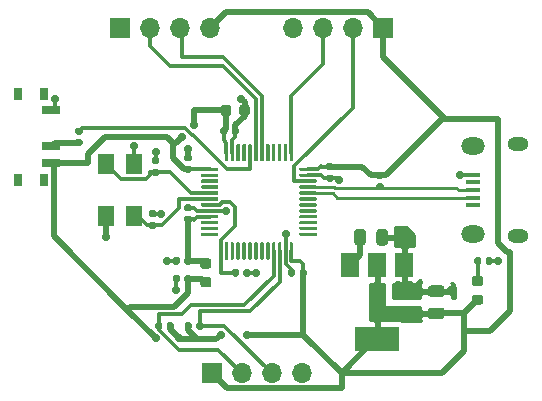
<source format=gbr>
%TF.GenerationSoftware,KiCad,Pcbnew,(5.1.6)-1*%
%TF.CreationDate,2022-03-08T04:09:40+09:00*%
%TF.ProjectId,STM32-project,53544d33-322d-4707-926f-6a6563742e6b,rev?*%
%TF.SameCoordinates,Original*%
%TF.FileFunction,Copper,L1,Top*%
%TF.FilePolarity,Positive*%
%FSLAX46Y46*%
G04 Gerber Fmt 4.6, Leading zero omitted, Abs format (unit mm)*
G04 Created by KiCad (PCBNEW (5.1.6)-1) date 2022-03-08 04:09:40*
%MOMM*%
%LPD*%
G01*
G04 APERTURE LIST*
%TA.AperFunction,ComponentPad*%
%ADD10O,1.800000X1.150000*%
%TD*%
%TA.AperFunction,ComponentPad*%
%ADD11O,2.000000X1.450000*%
%TD*%
%TA.AperFunction,SMDPad,CuDef*%
%ADD12R,1.300000X0.450000*%
%TD*%
%TA.AperFunction,SMDPad,CuDef*%
%ADD13R,0.800000X1.000000*%
%TD*%
%TA.AperFunction,SMDPad,CuDef*%
%ADD14R,1.500000X0.700000*%
%TD*%
%TA.AperFunction,SMDPad,CuDef*%
%ADD15R,1.400000X1.800000*%
%TD*%
%TA.AperFunction,SMDPad,CuDef*%
%ADD16R,1.500000X2.000000*%
%TD*%
%TA.AperFunction,SMDPad,CuDef*%
%ADD17R,3.800000X2.000000*%
%TD*%
%TA.AperFunction,ComponentPad*%
%ADD18O,1.700000X1.700000*%
%TD*%
%TA.AperFunction,ComponentPad*%
%ADD19R,1.700000X1.700000*%
%TD*%
%TA.AperFunction,ViaPad*%
%ADD20C,0.700000*%
%TD*%
%TA.AperFunction,Conductor*%
%ADD21C,0.300000*%
%TD*%
%TA.AperFunction,Conductor*%
%ADD22C,0.500000*%
%TD*%
%TA.AperFunction,Conductor*%
%ADD23C,0.250000*%
%TD*%
G04 APERTURE END LIST*
D10*
%TO.P,J1,6*%
%TO.N,Net-(J1-Pad6)*%
X98450000Y-75625000D03*
X98450000Y-83375000D03*
D11*
X94650000Y-75775000D03*
X94650000Y-83225000D03*
D12*
%TO.P,J1,5*%
%TO.N,GND*%
X94600000Y-78200000D03*
%TO.P,J1,4*%
%TO.N,Net-(J1-Pad4)*%
X94600000Y-78850000D03*
%TO.P,J1,3*%
%TO.N,/USB_D+*%
X94600000Y-79500000D03*
%TO.P,J1,2*%
%TO.N,/USB_D-*%
X94600000Y-80150000D03*
%TO.P,J1,1*%
%TO.N,VBUS*%
X94600000Y-80800000D03*
%TD*%
D13*
%TO.P,SW1,*%
%TO.N,*%
X58280000Y-71350000D03*
X58280000Y-78650000D03*
X56070000Y-78650000D03*
X56070000Y-71350000D03*
D14*
%TO.P,SW1,3*%
%TO.N,+3V3*%
X58930000Y-77250000D03*
%TO.P,SW1,2*%
%TO.N,Net-(R2-Pad2)*%
X58930000Y-75750000D03*
%TO.P,SW1,1*%
%TO.N,GND*%
X58930000Y-72750000D03*
%TD*%
D15*
%TO.P,Y1,4*%
%TO.N,GND*%
X65950000Y-77300000D03*
%TO.P,Y1,3*%
%TO.N,/HSE_OUT*%
X65950000Y-81700000D03*
%TO.P,Y1,2*%
%TO.N,GND*%
X63550000Y-81700000D03*
%TO.P,Y1,1*%
%TO.N,/HSE_IN*%
X63550000Y-77300000D03*
%TD*%
%TO.P,U2,48*%
%TO.N,+3V3*%
%TA.AperFunction,SMDPad,CuDef*%
G36*
G01*
X73600000Y-77000000D02*
X73600000Y-75675000D01*
G75*
G02*
X73675000Y-75600000I75000J0D01*
G01*
X73825000Y-75600000D01*
G75*
G02*
X73900000Y-75675000I0J-75000D01*
G01*
X73900000Y-77000000D01*
G75*
G02*
X73825000Y-77075000I-75000J0D01*
G01*
X73675000Y-77075000D01*
G75*
G02*
X73600000Y-77000000I0J75000D01*
G01*
G37*
%TD.AperFunction*%
%TO.P,U2,47*%
%TO.N,GND*%
%TA.AperFunction,SMDPad,CuDef*%
G36*
G01*
X74100000Y-77000000D02*
X74100000Y-75675000D01*
G75*
G02*
X74175000Y-75600000I75000J0D01*
G01*
X74325000Y-75600000D01*
G75*
G02*
X74400000Y-75675000I0J-75000D01*
G01*
X74400000Y-77000000D01*
G75*
G02*
X74325000Y-77075000I-75000J0D01*
G01*
X74175000Y-77075000D01*
G75*
G02*
X74100000Y-77000000I0J75000D01*
G01*
G37*
%TD.AperFunction*%
%TO.P,U2,46*%
%TO.N,Net-(U2-Pad46)*%
%TA.AperFunction,SMDPad,CuDef*%
G36*
G01*
X74600000Y-77000000D02*
X74600000Y-75675000D01*
G75*
G02*
X74675000Y-75600000I75000J0D01*
G01*
X74825000Y-75600000D01*
G75*
G02*
X74900000Y-75675000I0J-75000D01*
G01*
X74900000Y-77000000D01*
G75*
G02*
X74825000Y-77075000I-75000J0D01*
G01*
X74675000Y-77075000D01*
G75*
G02*
X74600000Y-77000000I0J75000D01*
G01*
G37*
%TD.AperFunction*%
%TO.P,U2,45*%
%TO.N,Net-(U2-Pad45)*%
%TA.AperFunction,SMDPad,CuDef*%
G36*
G01*
X75100000Y-77000000D02*
X75100000Y-75675000D01*
G75*
G02*
X75175000Y-75600000I75000J0D01*
G01*
X75325000Y-75600000D01*
G75*
G02*
X75400000Y-75675000I0J-75000D01*
G01*
X75400000Y-77000000D01*
G75*
G02*
X75325000Y-77075000I-75000J0D01*
G01*
X75175000Y-77075000D01*
G75*
G02*
X75100000Y-77000000I0J75000D01*
G01*
G37*
%TD.AperFunction*%
%TO.P,U2,44*%
%TO.N,Net-(R2-Pad1)*%
%TA.AperFunction,SMDPad,CuDef*%
G36*
G01*
X75600000Y-77000000D02*
X75600000Y-75675000D01*
G75*
G02*
X75675000Y-75600000I75000J0D01*
G01*
X75825000Y-75600000D01*
G75*
G02*
X75900000Y-75675000I0J-75000D01*
G01*
X75900000Y-77000000D01*
G75*
G02*
X75825000Y-77075000I-75000J0D01*
G01*
X75675000Y-77075000D01*
G75*
G02*
X75600000Y-77000000I0J75000D01*
G01*
G37*
%TD.AperFunction*%
%TO.P,U2,43*%
%TO.N,/USART1_RX*%
%TA.AperFunction,SMDPad,CuDef*%
G36*
G01*
X76100000Y-77000000D02*
X76100000Y-75675000D01*
G75*
G02*
X76175000Y-75600000I75000J0D01*
G01*
X76325000Y-75600000D01*
G75*
G02*
X76400000Y-75675000I0J-75000D01*
G01*
X76400000Y-77000000D01*
G75*
G02*
X76325000Y-77075000I-75000J0D01*
G01*
X76175000Y-77075000D01*
G75*
G02*
X76100000Y-77000000I0J75000D01*
G01*
G37*
%TD.AperFunction*%
%TO.P,U2,42*%
%TO.N,/USART1_TX*%
%TA.AperFunction,SMDPad,CuDef*%
G36*
G01*
X76600000Y-77000000D02*
X76600000Y-75675000D01*
G75*
G02*
X76675000Y-75600000I75000J0D01*
G01*
X76825000Y-75600000D01*
G75*
G02*
X76900000Y-75675000I0J-75000D01*
G01*
X76900000Y-77000000D01*
G75*
G02*
X76825000Y-77075000I-75000J0D01*
G01*
X76675000Y-77075000D01*
G75*
G02*
X76600000Y-77000000I0J75000D01*
G01*
G37*
%TD.AperFunction*%
%TO.P,U2,41*%
%TO.N,Net-(U2-Pad41)*%
%TA.AperFunction,SMDPad,CuDef*%
G36*
G01*
X77100000Y-77000000D02*
X77100000Y-75675000D01*
G75*
G02*
X77175000Y-75600000I75000J0D01*
G01*
X77325000Y-75600000D01*
G75*
G02*
X77400000Y-75675000I0J-75000D01*
G01*
X77400000Y-77000000D01*
G75*
G02*
X77325000Y-77075000I-75000J0D01*
G01*
X77175000Y-77075000D01*
G75*
G02*
X77100000Y-77000000I0J75000D01*
G01*
G37*
%TD.AperFunction*%
%TO.P,U2,40*%
%TO.N,Net-(U2-Pad40)*%
%TA.AperFunction,SMDPad,CuDef*%
G36*
G01*
X77600000Y-77000000D02*
X77600000Y-75675000D01*
G75*
G02*
X77675000Y-75600000I75000J0D01*
G01*
X77825000Y-75600000D01*
G75*
G02*
X77900000Y-75675000I0J-75000D01*
G01*
X77900000Y-77000000D01*
G75*
G02*
X77825000Y-77075000I-75000J0D01*
G01*
X77675000Y-77075000D01*
G75*
G02*
X77600000Y-77000000I0J75000D01*
G01*
G37*
%TD.AperFunction*%
%TO.P,U2,39*%
%TO.N,Net-(U2-Pad39)*%
%TA.AperFunction,SMDPad,CuDef*%
G36*
G01*
X78100000Y-77000000D02*
X78100000Y-75675000D01*
G75*
G02*
X78175000Y-75600000I75000J0D01*
G01*
X78325000Y-75600000D01*
G75*
G02*
X78400000Y-75675000I0J-75000D01*
G01*
X78400000Y-77000000D01*
G75*
G02*
X78325000Y-77075000I-75000J0D01*
G01*
X78175000Y-77075000D01*
G75*
G02*
X78100000Y-77000000I0J75000D01*
G01*
G37*
%TD.AperFunction*%
%TO.P,U2,38*%
%TO.N,Net-(U2-Pad38)*%
%TA.AperFunction,SMDPad,CuDef*%
G36*
G01*
X78600000Y-77000000D02*
X78600000Y-75675000D01*
G75*
G02*
X78675000Y-75600000I75000J0D01*
G01*
X78825000Y-75600000D01*
G75*
G02*
X78900000Y-75675000I0J-75000D01*
G01*
X78900000Y-77000000D01*
G75*
G02*
X78825000Y-77075000I-75000J0D01*
G01*
X78675000Y-77075000D01*
G75*
G02*
X78600000Y-77000000I0J75000D01*
G01*
G37*
%TD.AperFunction*%
%TO.P,U2,37*%
%TO.N,/SWCLK*%
%TA.AperFunction,SMDPad,CuDef*%
G36*
G01*
X79100000Y-77000000D02*
X79100000Y-75675000D01*
G75*
G02*
X79175000Y-75600000I75000J0D01*
G01*
X79325000Y-75600000D01*
G75*
G02*
X79400000Y-75675000I0J-75000D01*
G01*
X79400000Y-77000000D01*
G75*
G02*
X79325000Y-77075000I-75000J0D01*
G01*
X79175000Y-77075000D01*
G75*
G02*
X79100000Y-77000000I0J75000D01*
G01*
G37*
%TD.AperFunction*%
%TO.P,U2,36*%
%TO.N,+3V3*%
%TA.AperFunction,SMDPad,CuDef*%
G36*
G01*
X79925000Y-77825000D02*
X79925000Y-77675000D01*
G75*
G02*
X80000000Y-77600000I75000J0D01*
G01*
X81325000Y-77600000D01*
G75*
G02*
X81400000Y-77675000I0J-75000D01*
G01*
X81400000Y-77825000D01*
G75*
G02*
X81325000Y-77900000I-75000J0D01*
G01*
X80000000Y-77900000D01*
G75*
G02*
X79925000Y-77825000I0J75000D01*
G01*
G37*
%TD.AperFunction*%
%TO.P,U2,35*%
%TO.N,GND*%
%TA.AperFunction,SMDPad,CuDef*%
G36*
G01*
X79925000Y-78325000D02*
X79925000Y-78175000D01*
G75*
G02*
X80000000Y-78100000I75000J0D01*
G01*
X81325000Y-78100000D01*
G75*
G02*
X81400000Y-78175000I0J-75000D01*
G01*
X81400000Y-78325000D01*
G75*
G02*
X81325000Y-78400000I-75000J0D01*
G01*
X80000000Y-78400000D01*
G75*
G02*
X79925000Y-78325000I0J75000D01*
G01*
G37*
%TD.AperFunction*%
%TO.P,U2,34*%
%TO.N,/SWDI0*%
%TA.AperFunction,SMDPad,CuDef*%
G36*
G01*
X79925000Y-78825000D02*
X79925000Y-78675000D01*
G75*
G02*
X80000000Y-78600000I75000J0D01*
G01*
X81325000Y-78600000D01*
G75*
G02*
X81400000Y-78675000I0J-75000D01*
G01*
X81400000Y-78825000D01*
G75*
G02*
X81325000Y-78900000I-75000J0D01*
G01*
X80000000Y-78900000D01*
G75*
G02*
X79925000Y-78825000I0J75000D01*
G01*
G37*
%TD.AperFunction*%
%TO.P,U2,33*%
%TO.N,/USB_D+*%
%TA.AperFunction,SMDPad,CuDef*%
G36*
G01*
X79925000Y-79325000D02*
X79925000Y-79175000D01*
G75*
G02*
X80000000Y-79100000I75000J0D01*
G01*
X81325000Y-79100000D01*
G75*
G02*
X81400000Y-79175000I0J-75000D01*
G01*
X81400000Y-79325000D01*
G75*
G02*
X81325000Y-79400000I-75000J0D01*
G01*
X80000000Y-79400000D01*
G75*
G02*
X79925000Y-79325000I0J75000D01*
G01*
G37*
%TD.AperFunction*%
%TO.P,U2,32*%
%TO.N,/USB_D-*%
%TA.AperFunction,SMDPad,CuDef*%
G36*
G01*
X79925000Y-79825000D02*
X79925000Y-79675000D01*
G75*
G02*
X80000000Y-79600000I75000J0D01*
G01*
X81325000Y-79600000D01*
G75*
G02*
X81400000Y-79675000I0J-75000D01*
G01*
X81400000Y-79825000D01*
G75*
G02*
X81325000Y-79900000I-75000J0D01*
G01*
X80000000Y-79900000D01*
G75*
G02*
X79925000Y-79825000I0J75000D01*
G01*
G37*
%TD.AperFunction*%
%TO.P,U2,31*%
%TO.N,Net-(U2-Pad31)*%
%TA.AperFunction,SMDPad,CuDef*%
G36*
G01*
X79925000Y-80325000D02*
X79925000Y-80175000D01*
G75*
G02*
X80000000Y-80100000I75000J0D01*
G01*
X81325000Y-80100000D01*
G75*
G02*
X81400000Y-80175000I0J-75000D01*
G01*
X81400000Y-80325000D01*
G75*
G02*
X81325000Y-80400000I-75000J0D01*
G01*
X80000000Y-80400000D01*
G75*
G02*
X79925000Y-80325000I0J75000D01*
G01*
G37*
%TD.AperFunction*%
%TO.P,U2,30*%
%TO.N,Net-(U2-Pad30)*%
%TA.AperFunction,SMDPad,CuDef*%
G36*
G01*
X79925000Y-80825000D02*
X79925000Y-80675000D01*
G75*
G02*
X80000000Y-80600000I75000J0D01*
G01*
X81325000Y-80600000D01*
G75*
G02*
X81400000Y-80675000I0J-75000D01*
G01*
X81400000Y-80825000D01*
G75*
G02*
X81325000Y-80900000I-75000J0D01*
G01*
X80000000Y-80900000D01*
G75*
G02*
X79925000Y-80825000I0J75000D01*
G01*
G37*
%TD.AperFunction*%
%TO.P,U2,29*%
%TO.N,Net-(U2-Pad29)*%
%TA.AperFunction,SMDPad,CuDef*%
G36*
G01*
X79925000Y-81325000D02*
X79925000Y-81175000D01*
G75*
G02*
X80000000Y-81100000I75000J0D01*
G01*
X81325000Y-81100000D01*
G75*
G02*
X81400000Y-81175000I0J-75000D01*
G01*
X81400000Y-81325000D01*
G75*
G02*
X81325000Y-81400000I-75000J0D01*
G01*
X80000000Y-81400000D01*
G75*
G02*
X79925000Y-81325000I0J75000D01*
G01*
G37*
%TD.AperFunction*%
%TO.P,U2,28*%
%TO.N,Net-(U2-Pad28)*%
%TA.AperFunction,SMDPad,CuDef*%
G36*
G01*
X79925000Y-81825000D02*
X79925000Y-81675000D01*
G75*
G02*
X80000000Y-81600000I75000J0D01*
G01*
X81325000Y-81600000D01*
G75*
G02*
X81400000Y-81675000I0J-75000D01*
G01*
X81400000Y-81825000D01*
G75*
G02*
X81325000Y-81900000I-75000J0D01*
G01*
X80000000Y-81900000D01*
G75*
G02*
X79925000Y-81825000I0J75000D01*
G01*
G37*
%TD.AperFunction*%
%TO.P,U2,27*%
%TO.N,Net-(U2-Pad27)*%
%TA.AperFunction,SMDPad,CuDef*%
G36*
G01*
X79925000Y-82325000D02*
X79925000Y-82175000D01*
G75*
G02*
X80000000Y-82100000I75000J0D01*
G01*
X81325000Y-82100000D01*
G75*
G02*
X81400000Y-82175000I0J-75000D01*
G01*
X81400000Y-82325000D01*
G75*
G02*
X81325000Y-82400000I-75000J0D01*
G01*
X80000000Y-82400000D01*
G75*
G02*
X79925000Y-82325000I0J75000D01*
G01*
G37*
%TD.AperFunction*%
%TO.P,U2,26*%
%TO.N,Net-(U2-Pad26)*%
%TA.AperFunction,SMDPad,CuDef*%
G36*
G01*
X79925000Y-82825000D02*
X79925000Y-82675000D01*
G75*
G02*
X80000000Y-82600000I75000J0D01*
G01*
X81325000Y-82600000D01*
G75*
G02*
X81400000Y-82675000I0J-75000D01*
G01*
X81400000Y-82825000D01*
G75*
G02*
X81325000Y-82900000I-75000J0D01*
G01*
X80000000Y-82900000D01*
G75*
G02*
X79925000Y-82825000I0J75000D01*
G01*
G37*
%TD.AperFunction*%
%TO.P,U2,25*%
%TO.N,Net-(U2-Pad25)*%
%TA.AperFunction,SMDPad,CuDef*%
G36*
G01*
X79925000Y-83325000D02*
X79925000Y-83175000D01*
G75*
G02*
X80000000Y-83100000I75000J0D01*
G01*
X81325000Y-83100000D01*
G75*
G02*
X81400000Y-83175000I0J-75000D01*
G01*
X81400000Y-83325000D01*
G75*
G02*
X81325000Y-83400000I-75000J0D01*
G01*
X80000000Y-83400000D01*
G75*
G02*
X79925000Y-83325000I0J75000D01*
G01*
G37*
%TD.AperFunction*%
%TO.P,U2,24*%
%TO.N,+3V3*%
%TA.AperFunction,SMDPad,CuDef*%
G36*
G01*
X79100000Y-85325000D02*
X79100000Y-84000000D01*
G75*
G02*
X79175000Y-83925000I75000J0D01*
G01*
X79325000Y-83925000D01*
G75*
G02*
X79400000Y-84000000I0J-75000D01*
G01*
X79400000Y-85325000D01*
G75*
G02*
X79325000Y-85400000I-75000J0D01*
G01*
X79175000Y-85400000D01*
G75*
G02*
X79100000Y-85325000I0J75000D01*
G01*
G37*
%TD.AperFunction*%
%TO.P,U2,23*%
%TO.N,GND*%
%TA.AperFunction,SMDPad,CuDef*%
G36*
G01*
X78600000Y-85325000D02*
X78600000Y-84000000D01*
G75*
G02*
X78675000Y-83925000I75000J0D01*
G01*
X78825000Y-83925000D01*
G75*
G02*
X78900000Y-84000000I0J-75000D01*
G01*
X78900000Y-85325000D01*
G75*
G02*
X78825000Y-85400000I-75000J0D01*
G01*
X78675000Y-85400000D01*
G75*
G02*
X78600000Y-85325000I0J75000D01*
G01*
G37*
%TD.AperFunction*%
%TO.P,U2,22*%
%TO.N,/I2C2_SDA*%
%TA.AperFunction,SMDPad,CuDef*%
G36*
G01*
X78100000Y-85325000D02*
X78100000Y-84000000D01*
G75*
G02*
X78175000Y-83925000I75000J0D01*
G01*
X78325000Y-83925000D01*
G75*
G02*
X78400000Y-84000000I0J-75000D01*
G01*
X78400000Y-85325000D01*
G75*
G02*
X78325000Y-85400000I-75000J0D01*
G01*
X78175000Y-85400000D01*
G75*
G02*
X78100000Y-85325000I0J75000D01*
G01*
G37*
%TD.AperFunction*%
%TO.P,U2,21*%
%TO.N,/I2C2_SCL*%
%TA.AperFunction,SMDPad,CuDef*%
G36*
G01*
X77600000Y-85325000D02*
X77600000Y-84000000D01*
G75*
G02*
X77675000Y-83925000I75000J0D01*
G01*
X77825000Y-83925000D01*
G75*
G02*
X77900000Y-84000000I0J-75000D01*
G01*
X77900000Y-85325000D01*
G75*
G02*
X77825000Y-85400000I-75000J0D01*
G01*
X77675000Y-85400000D01*
G75*
G02*
X77600000Y-85325000I0J75000D01*
G01*
G37*
%TD.AperFunction*%
%TO.P,U2,20*%
%TO.N,Net-(U2-Pad20)*%
%TA.AperFunction,SMDPad,CuDef*%
G36*
G01*
X77100000Y-85325000D02*
X77100000Y-84000000D01*
G75*
G02*
X77175000Y-83925000I75000J0D01*
G01*
X77325000Y-83925000D01*
G75*
G02*
X77400000Y-84000000I0J-75000D01*
G01*
X77400000Y-85325000D01*
G75*
G02*
X77325000Y-85400000I-75000J0D01*
G01*
X77175000Y-85400000D01*
G75*
G02*
X77100000Y-85325000I0J75000D01*
G01*
G37*
%TD.AperFunction*%
%TO.P,U2,19*%
%TO.N,Net-(U2-Pad19)*%
%TA.AperFunction,SMDPad,CuDef*%
G36*
G01*
X76600000Y-85325000D02*
X76600000Y-84000000D01*
G75*
G02*
X76675000Y-83925000I75000J0D01*
G01*
X76825000Y-83925000D01*
G75*
G02*
X76900000Y-84000000I0J-75000D01*
G01*
X76900000Y-85325000D01*
G75*
G02*
X76825000Y-85400000I-75000J0D01*
G01*
X76675000Y-85400000D01*
G75*
G02*
X76600000Y-85325000I0J75000D01*
G01*
G37*
%TD.AperFunction*%
%TO.P,U2,18*%
%TO.N,Net-(U2-Pad18)*%
%TA.AperFunction,SMDPad,CuDef*%
G36*
G01*
X76100000Y-85325000D02*
X76100000Y-84000000D01*
G75*
G02*
X76175000Y-83925000I75000J0D01*
G01*
X76325000Y-83925000D01*
G75*
G02*
X76400000Y-84000000I0J-75000D01*
G01*
X76400000Y-85325000D01*
G75*
G02*
X76325000Y-85400000I-75000J0D01*
G01*
X76175000Y-85400000D01*
G75*
G02*
X76100000Y-85325000I0J75000D01*
G01*
G37*
%TD.AperFunction*%
%TO.P,U2,17*%
%TO.N,Net-(U2-Pad17)*%
%TA.AperFunction,SMDPad,CuDef*%
G36*
G01*
X75600000Y-85325000D02*
X75600000Y-84000000D01*
G75*
G02*
X75675000Y-83925000I75000J0D01*
G01*
X75825000Y-83925000D01*
G75*
G02*
X75900000Y-84000000I0J-75000D01*
G01*
X75900000Y-85325000D01*
G75*
G02*
X75825000Y-85400000I-75000J0D01*
G01*
X75675000Y-85400000D01*
G75*
G02*
X75600000Y-85325000I0J75000D01*
G01*
G37*
%TD.AperFunction*%
%TO.P,U2,16*%
%TO.N,Net-(U2-Pad16)*%
%TA.AperFunction,SMDPad,CuDef*%
G36*
G01*
X75100000Y-85325000D02*
X75100000Y-84000000D01*
G75*
G02*
X75175000Y-83925000I75000J0D01*
G01*
X75325000Y-83925000D01*
G75*
G02*
X75400000Y-84000000I0J-75000D01*
G01*
X75400000Y-85325000D01*
G75*
G02*
X75325000Y-85400000I-75000J0D01*
G01*
X75175000Y-85400000D01*
G75*
G02*
X75100000Y-85325000I0J75000D01*
G01*
G37*
%TD.AperFunction*%
%TO.P,U2,15*%
%TO.N,Net-(U2-Pad15)*%
%TA.AperFunction,SMDPad,CuDef*%
G36*
G01*
X74600000Y-85325000D02*
X74600000Y-84000000D01*
G75*
G02*
X74675000Y-83925000I75000J0D01*
G01*
X74825000Y-83925000D01*
G75*
G02*
X74900000Y-84000000I0J-75000D01*
G01*
X74900000Y-85325000D01*
G75*
G02*
X74825000Y-85400000I-75000J0D01*
G01*
X74675000Y-85400000D01*
G75*
G02*
X74600000Y-85325000I0J75000D01*
G01*
G37*
%TD.AperFunction*%
%TO.P,U2,14*%
%TO.N,Net-(U2-Pad14)*%
%TA.AperFunction,SMDPad,CuDef*%
G36*
G01*
X74100000Y-85325000D02*
X74100000Y-84000000D01*
G75*
G02*
X74175000Y-83925000I75000J0D01*
G01*
X74325000Y-83925000D01*
G75*
G02*
X74400000Y-84000000I0J-75000D01*
G01*
X74400000Y-85325000D01*
G75*
G02*
X74325000Y-85400000I-75000J0D01*
G01*
X74175000Y-85400000D01*
G75*
G02*
X74100000Y-85325000I0J75000D01*
G01*
G37*
%TD.AperFunction*%
%TO.P,U2,13*%
%TO.N,Net-(U2-Pad13)*%
%TA.AperFunction,SMDPad,CuDef*%
G36*
G01*
X73600000Y-85325000D02*
X73600000Y-84000000D01*
G75*
G02*
X73675000Y-83925000I75000J0D01*
G01*
X73825000Y-83925000D01*
G75*
G02*
X73900000Y-84000000I0J-75000D01*
G01*
X73900000Y-85325000D01*
G75*
G02*
X73825000Y-85400000I-75000J0D01*
G01*
X73675000Y-85400000D01*
G75*
G02*
X73600000Y-85325000I0J75000D01*
G01*
G37*
%TD.AperFunction*%
%TO.P,U2,12*%
%TO.N,Net-(U2-Pad12)*%
%TA.AperFunction,SMDPad,CuDef*%
G36*
G01*
X71600000Y-83325000D02*
X71600000Y-83175000D01*
G75*
G02*
X71675000Y-83100000I75000J0D01*
G01*
X73000000Y-83100000D01*
G75*
G02*
X73075000Y-83175000I0J-75000D01*
G01*
X73075000Y-83325000D01*
G75*
G02*
X73000000Y-83400000I-75000J0D01*
G01*
X71675000Y-83400000D01*
G75*
G02*
X71600000Y-83325000I0J75000D01*
G01*
G37*
%TD.AperFunction*%
%TO.P,U2,11*%
%TO.N,Net-(U2-Pad11)*%
%TA.AperFunction,SMDPad,CuDef*%
G36*
G01*
X71600000Y-82825000D02*
X71600000Y-82675000D01*
G75*
G02*
X71675000Y-82600000I75000J0D01*
G01*
X73000000Y-82600000D01*
G75*
G02*
X73075000Y-82675000I0J-75000D01*
G01*
X73075000Y-82825000D01*
G75*
G02*
X73000000Y-82900000I-75000J0D01*
G01*
X71675000Y-82900000D01*
G75*
G02*
X71600000Y-82825000I0J75000D01*
G01*
G37*
%TD.AperFunction*%
%TO.P,U2,10*%
%TO.N,Net-(U2-Pad10)*%
%TA.AperFunction,SMDPad,CuDef*%
G36*
G01*
X71600000Y-82325000D02*
X71600000Y-82175000D01*
G75*
G02*
X71675000Y-82100000I75000J0D01*
G01*
X73000000Y-82100000D01*
G75*
G02*
X73075000Y-82175000I0J-75000D01*
G01*
X73075000Y-82325000D01*
G75*
G02*
X73000000Y-82400000I-75000J0D01*
G01*
X71675000Y-82400000D01*
G75*
G02*
X71600000Y-82325000I0J75000D01*
G01*
G37*
%TD.AperFunction*%
%TO.P,U2,9*%
%TO.N,+3.3VA*%
%TA.AperFunction,SMDPad,CuDef*%
G36*
G01*
X71600000Y-81825000D02*
X71600000Y-81675000D01*
G75*
G02*
X71675000Y-81600000I75000J0D01*
G01*
X73000000Y-81600000D01*
G75*
G02*
X73075000Y-81675000I0J-75000D01*
G01*
X73075000Y-81825000D01*
G75*
G02*
X73000000Y-81900000I-75000J0D01*
G01*
X71675000Y-81900000D01*
G75*
G02*
X71600000Y-81825000I0J75000D01*
G01*
G37*
%TD.AperFunction*%
%TO.P,U2,8*%
%TO.N,GND*%
%TA.AperFunction,SMDPad,CuDef*%
G36*
G01*
X71600000Y-81325000D02*
X71600000Y-81175000D01*
G75*
G02*
X71675000Y-81100000I75000J0D01*
G01*
X73000000Y-81100000D01*
G75*
G02*
X73075000Y-81175000I0J-75000D01*
G01*
X73075000Y-81325000D01*
G75*
G02*
X73000000Y-81400000I-75000J0D01*
G01*
X71675000Y-81400000D01*
G75*
G02*
X71600000Y-81325000I0J75000D01*
G01*
G37*
%TD.AperFunction*%
%TO.P,U2,7*%
%TO.N,/NRST*%
%TA.AperFunction,SMDPad,CuDef*%
G36*
G01*
X71600000Y-80825000D02*
X71600000Y-80675000D01*
G75*
G02*
X71675000Y-80600000I75000J0D01*
G01*
X73000000Y-80600000D01*
G75*
G02*
X73075000Y-80675000I0J-75000D01*
G01*
X73075000Y-80825000D01*
G75*
G02*
X73000000Y-80900000I-75000J0D01*
G01*
X71675000Y-80900000D01*
G75*
G02*
X71600000Y-80825000I0J75000D01*
G01*
G37*
%TD.AperFunction*%
%TO.P,U2,6*%
%TO.N,/HSE_OUT*%
%TA.AperFunction,SMDPad,CuDef*%
G36*
G01*
X71600000Y-80325000D02*
X71600000Y-80175000D01*
G75*
G02*
X71675000Y-80100000I75000J0D01*
G01*
X73000000Y-80100000D01*
G75*
G02*
X73075000Y-80175000I0J-75000D01*
G01*
X73075000Y-80325000D01*
G75*
G02*
X73000000Y-80400000I-75000J0D01*
G01*
X71675000Y-80400000D01*
G75*
G02*
X71600000Y-80325000I0J75000D01*
G01*
G37*
%TD.AperFunction*%
%TO.P,U2,5*%
%TO.N,/HSE_IN*%
%TA.AperFunction,SMDPad,CuDef*%
G36*
G01*
X71600000Y-79825000D02*
X71600000Y-79675000D01*
G75*
G02*
X71675000Y-79600000I75000J0D01*
G01*
X73000000Y-79600000D01*
G75*
G02*
X73075000Y-79675000I0J-75000D01*
G01*
X73075000Y-79825000D01*
G75*
G02*
X73000000Y-79900000I-75000J0D01*
G01*
X71675000Y-79900000D01*
G75*
G02*
X71600000Y-79825000I0J75000D01*
G01*
G37*
%TD.AperFunction*%
%TO.P,U2,4*%
%TO.N,Net-(U2-Pad4)*%
%TA.AperFunction,SMDPad,CuDef*%
G36*
G01*
X71600000Y-79325000D02*
X71600000Y-79175000D01*
G75*
G02*
X71675000Y-79100000I75000J0D01*
G01*
X73000000Y-79100000D01*
G75*
G02*
X73075000Y-79175000I0J-75000D01*
G01*
X73075000Y-79325000D01*
G75*
G02*
X73000000Y-79400000I-75000J0D01*
G01*
X71675000Y-79400000D01*
G75*
G02*
X71600000Y-79325000I0J75000D01*
G01*
G37*
%TD.AperFunction*%
%TO.P,U2,3*%
%TO.N,Net-(U2-Pad3)*%
%TA.AperFunction,SMDPad,CuDef*%
G36*
G01*
X71600000Y-78825000D02*
X71600000Y-78675000D01*
G75*
G02*
X71675000Y-78600000I75000J0D01*
G01*
X73000000Y-78600000D01*
G75*
G02*
X73075000Y-78675000I0J-75000D01*
G01*
X73075000Y-78825000D01*
G75*
G02*
X73000000Y-78900000I-75000J0D01*
G01*
X71675000Y-78900000D01*
G75*
G02*
X71600000Y-78825000I0J75000D01*
G01*
G37*
%TD.AperFunction*%
%TO.P,U2,2*%
%TO.N,Net-(U2-Pad2)*%
%TA.AperFunction,SMDPad,CuDef*%
G36*
G01*
X71600000Y-78325000D02*
X71600000Y-78175000D01*
G75*
G02*
X71675000Y-78100000I75000J0D01*
G01*
X73000000Y-78100000D01*
G75*
G02*
X73075000Y-78175000I0J-75000D01*
G01*
X73075000Y-78325000D01*
G75*
G02*
X73000000Y-78400000I-75000J0D01*
G01*
X71675000Y-78400000D01*
G75*
G02*
X71600000Y-78325000I0J75000D01*
G01*
G37*
%TD.AperFunction*%
%TO.P,U2,1*%
%TO.N,+3V3*%
%TA.AperFunction,SMDPad,CuDef*%
G36*
G01*
X71600000Y-77825000D02*
X71600000Y-77675000D01*
G75*
G02*
X71675000Y-77600000I75000J0D01*
G01*
X73000000Y-77600000D01*
G75*
G02*
X73075000Y-77675000I0J-75000D01*
G01*
X73075000Y-77825000D01*
G75*
G02*
X73000000Y-77900000I-75000J0D01*
G01*
X71675000Y-77900000D01*
G75*
G02*
X71600000Y-77825000I0J75000D01*
G01*
G37*
%TD.AperFunction*%
%TD*%
D16*
%TO.P,U1,1*%
%TO.N,GND*%
X88800000Y-85850000D03*
%TO.P,U1,3*%
%TO.N,VBUS*%
X84200000Y-85850000D03*
%TO.P,U1,2*%
%TO.N,+3V3*%
X86500000Y-85850000D03*
D17*
X86500000Y-92150000D03*
%TD*%
%TO.P,R5,2*%
%TO.N,/I2C2_SDA*%
%TA.AperFunction,SMDPad,CuDef*%
G36*
G01*
X71190000Y-91172500D02*
X71190000Y-90827500D01*
G75*
G02*
X71337500Y-90680000I147500J0D01*
G01*
X71632500Y-90680000D01*
G75*
G02*
X71780000Y-90827500I0J-147500D01*
G01*
X71780000Y-91172500D01*
G75*
G02*
X71632500Y-91320000I-147500J0D01*
G01*
X71337500Y-91320000D01*
G75*
G02*
X71190000Y-91172500I0J147500D01*
G01*
G37*
%TD.AperFunction*%
%TO.P,R5,1*%
%TO.N,+3V3*%
%TA.AperFunction,SMDPad,CuDef*%
G36*
G01*
X70220000Y-91172500D02*
X70220000Y-90827500D01*
G75*
G02*
X70367500Y-90680000I147500J0D01*
G01*
X70662500Y-90680000D01*
G75*
G02*
X70810000Y-90827500I0J-147500D01*
G01*
X70810000Y-91172500D01*
G75*
G02*
X70662500Y-91320000I-147500J0D01*
G01*
X70367500Y-91320000D01*
G75*
G02*
X70220000Y-91172500I0J147500D01*
G01*
G37*
%TD.AperFunction*%
%TD*%
%TO.P,R4,2*%
%TO.N,/I2C2_SCL*%
%TA.AperFunction,SMDPad,CuDef*%
G36*
G01*
X68310000Y-90827500D02*
X68310000Y-91172500D01*
G75*
G02*
X68162500Y-91320000I-147500J0D01*
G01*
X67867500Y-91320000D01*
G75*
G02*
X67720000Y-91172500I0J147500D01*
G01*
X67720000Y-90827500D01*
G75*
G02*
X67867500Y-90680000I147500J0D01*
G01*
X68162500Y-90680000D01*
G75*
G02*
X68310000Y-90827500I0J-147500D01*
G01*
G37*
%TD.AperFunction*%
%TO.P,R4,1*%
%TO.N,+3V3*%
%TA.AperFunction,SMDPad,CuDef*%
G36*
G01*
X69280000Y-90827500D02*
X69280000Y-91172500D01*
G75*
G02*
X69132500Y-91320000I-147500J0D01*
G01*
X68837500Y-91320000D01*
G75*
G02*
X68690000Y-91172500I0J147500D01*
G01*
X68690000Y-90827500D01*
G75*
G02*
X68837500Y-90680000I147500J0D01*
G01*
X69132500Y-90680000D01*
G75*
G02*
X69280000Y-90827500I0J-147500D01*
G01*
G37*
%TD.AperFunction*%
%TD*%
%TO.P,R3,2*%
%TO.N,/USB_D+*%
%TA.AperFunction,SMDPad,CuDef*%
G36*
G01*
X86577500Y-78940000D02*
X86922500Y-78940000D01*
G75*
G02*
X87070000Y-79087500I0J-147500D01*
G01*
X87070000Y-79382500D01*
G75*
G02*
X86922500Y-79530000I-147500J0D01*
G01*
X86577500Y-79530000D01*
G75*
G02*
X86430000Y-79382500I0J147500D01*
G01*
X86430000Y-79087500D01*
G75*
G02*
X86577500Y-78940000I147500J0D01*
G01*
G37*
%TD.AperFunction*%
%TO.P,R3,1*%
%TO.N,+3V3*%
%TA.AperFunction,SMDPad,CuDef*%
G36*
G01*
X86577500Y-77970000D02*
X86922500Y-77970000D01*
G75*
G02*
X87070000Y-78117500I0J-147500D01*
G01*
X87070000Y-78412500D01*
G75*
G02*
X86922500Y-78560000I-147500J0D01*
G01*
X86577500Y-78560000D01*
G75*
G02*
X86430000Y-78412500I0J147500D01*
G01*
X86430000Y-78117500D01*
G75*
G02*
X86577500Y-77970000I147500J0D01*
G01*
G37*
%TD.AperFunction*%
%TD*%
%TO.P,R2,2*%
%TO.N,Net-(R2-Pad2)*%
%TA.AperFunction,SMDPad,CuDef*%
G36*
G01*
X61077500Y-75190000D02*
X61422500Y-75190000D01*
G75*
G02*
X61570000Y-75337500I0J-147500D01*
G01*
X61570000Y-75632500D01*
G75*
G02*
X61422500Y-75780000I-147500J0D01*
G01*
X61077500Y-75780000D01*
G75*
G02*
X60930000Y-75632500I0J147500D01*
G01*
X60930000Y-75337500D01*
G75*
G02*
X61077500Y-75190000I147500J0D01*
G01*
G37*
%TD.AperFunction*%
%TO.P,R2,1*%
%TO.N,Net-(R2-Pad1)*%
%TA.AperFunction,SMDPad,CuDef*%
G36*
G01*
X61077500Y-74220000D02*
X61422500Y-74220000D01*
G75*
G02*
X61570000Y-74367500I0J-147500D01*
G01*
X61570000Y-74662500D01*
G75*
G02*
X61422500Y-74810000I-147500J0D01*
G01*
X61077500Y-74810000D01*
G75*
G02*
X60930000Y-74662500I0J147500D01*
G01*
X60930000Y-74367500D01*
G75*
G02*
X61077500Y-74220000I147500J0D01*
G01*
G37*
%TD.AperFunction*%
%TD*%
%TO.P,R1,2*%
%TO.N,GND*%
%TA.AperFunction,SMDPad,CuDef*%
G36*
G01*
X95690000Y-85672500D02*
X95690000Y-85327500D01*
G75*
G02*
X95837500Y-85180000I147500J0D01*
G01*
X96132500Y-85180000D01*
G75*
G02*
X96280000Y-85327500I0J-147500D01*
G01*
X96280000Y-85672500D01*
G75*
G02*
X96132500Y-85820000I-147500J0D01*
G01*
X95837500Y-85820000D01*
G75*
G02*
X95690000Y-85672500I0J147500D01*
G01*
G37*
%TD.AperFunction*%
%TO.P,R1,1*%
%TO.N,/PWR_LED_K*%
%TA.AperFunction,SMDPad,CuDef*%
G36*
G01*
X94720000Y-85672500D02*
X94720000Y-85327500D01*
G75*
G02*
X94867500Y-85180000I147500J0D01*
G01*
X95162500Y-85180000D01*
G75*
G02*
X95310000Y-85327500I0J-147500D01*
G01*
X95310000Y-85672500D01*
G75*
G02*
X95162500Y-85820000I-147500J0D01*
G01*
X94867500Y-85820000D01*
G75*
G02*
X94720000Y-85672500I0J147500D01*
G01*
G37*
%TD.AperFunction*%
%TD*%
D18*
%TO.P,J4,4*%
%TO.N,GND*%
X80120000Y-95000000D03*
%TO.P,J4,3*%
%TO.N,/I2C2_SDA*%
X77580000Y-95000000D03*
%TO.P,J4,2*%
%TO.N,/I2C2_SCL*%
X75040000Y-95000000D03*
D19*
%TO.P,J4,1*%
%TO.N,+3V3*%
X72500000Y-95000000D03*
%TD*%
D18*
%TO.P,J3,4*%
%TO.N,GND*%
X79380000Y-65750000D03*
%TO.P,J3,3*%
%TO.N,/SWCLK*%
X81920000Y-65750000D03*
%TO.P,J3,2*%
%TO.N,/SWDI0*%
X84460000Y-65750000D03*
D19*
%TO.P,J3,1*%
%TO.N,+3V3*%
X87000000Y-65750000D03*
%TD*%
D18*
%TO.P,J2,4*%
%TO.N,+3V3*%
X72370000Y-65750000D03*
%TO.P,J2,3*%
%TO.N,/USART1_TX*%
X69830000Y-65750000D03*
%TO.P,J2,2*%
%TO.N,/USART1_RX*%
X67290000Y-65750000D03*
D19*
%TO.P,J2,1*%
%TO.N,GND*%
X64750000Y-65750000D03*
%TD*%
%TO.P,FB1,2*%
%TO.N,+3.3VA*%
%TA.AperFunction,SMDPad,CuDef*%
G36*
G01*
X72256250Y-86150000D02*
X71743750Y-86150000D01*
G75*
G02*
X71525000Y-85931250I0J218750D01*
G01*
X71525000Y-85493750D01*
G75*
G02*
X71743750Y-85275000I218750J0D01*
G01*
X72256250Y-85275000D01*
G75*
G02*
X72475000Y-85493750I0J-218750D01*
G01*
X72475000Y-85931250D01*
G75*
G02*
X72256250Y-86150000I-218750J0D01*
G01*
G37*
%TD.AperFunction*%
%TO.P,FB1,1*%
%TO.N,+3V3*%
%TA.AperFunction,SMDPad,CuDef*%
G36*
G01*
X72256250Y-87725000D02*
X71743750Y-87725000D01*
G75*
G02*
X71525000Y-87506250I0J218750D01*
G01*
X71525000Y-87068750D01*
G75*
G02*
X71743750Y-86850000I218750J0D01*
G01*
X72256250Y-86850000D01*
G75*
G02*
X72475000Y-87068750I0J-218750D01*
G01*
X72475000Y-87506250D01*
G75*
G02*
X72256250Y-87725000I-218750J0D01*
G01*
G37*
%TD.AperFunction*%
%TD*%
%TO.P,D1,2*%
%TO.N,+3V3*%
%TA.AperFunction,SMDPad,CuDef*%
G36*
G01*
X94743750Y-88350000D02*
X95256250Y-88350000D01*
G75*
G02*
X95475000Y-88568750I0J-218750D01*
G01*
X95475000Y-89006250D01*
G75*
G02*
X95256250Y-89225000I-218750J0D01*
G01*
X94743750Y-89225000D01*
G75*
G02*
X94525000Y-89006250I0J218750D01*
G01*
X94525000Y-88568750D01*
G75*
G02*
X94743750Y-88350000I218750J0D01*
G01*
G37*
%TD.AperFunction*%
%TO.P,D1,1*%
%TO.N,/PWR_LED_K*%
%TA.AperFunction,SMDPad,CuDef*%
G36*
G01*
X94743750Y-86775000D02*
X95256250Y-86775000D01*
G75*
G02*
X95475000Y-86993750I0J-218750D01*
G01*
X95475000Y-87431250D01*
G75*
G02*
X95256250Y-87650000I-218750J0D01*
G01*
X94743750Y-87650000D01*
G75*
G02*
X94525000Y-87431250I0J218750D01*
G01*
X94525000Y-86993750D01*
G75*
G02*
X94743750Y-86775000I218750J0D01*
G01*
G37*
%TD.AperFunction*%
%TD*%
%TO.P,C13,2*%
%TO.N,GND*%
%TA.AperFunction,SMDPad,CuDef*%
G36*
G01*
X67672500Y-81810000D02*
X67327500Y-81810000D01*
G75*
G02*
X67180000Y-81662500I0J147500D01*
G01*
X67180000Y-81367500D01*
G75*
G02*
X67327500Y-81220000I147500J0D01*
G01*
X67672500Y-81220000D01*
G75*
G02*
X67820000Y-81367500I0J-147500D01*
G01*
X67820000Y-81662500D01*
G75*
G02*
X67672500Y-81810000I-147500J0D01*
G01*
G37*
%TD.AperFunction*%
%TO.P,C13,1*%
%TO.N,/HSE_OUT*%
%TA.AperFunction,SMDPad,CuDef*%
G36*
G01*
X67672500Y-82780000D02*
X67327500Y-82780000D01*
G75*
G02*
X67180000Y-82632500I0J147500D01*
G01*
X67180000Y-82337500D01*
G75*
G02*
X67327500Y-82190000I147500J0D01*
G01*
X67672500Y-82190000D01*
G75*
G02*
X67820000Y-82337500I0J-147500D01*
G01*
X67820000Y-82632500D01*
G75*
G02*
X67672500Y-82780000I-147500J0D01*
G01*
G37*
%TD.AperFunction*%
%TD*%
%TO.P,C12,2*%
%TO.N,GND*%
%TA.AperFunction,SMDPad,CuDef*%
G36*
G01*
X67922500Y-77310000D02*
X67577500Y-77310000D01*
G75*
G02*
X67430000Y-77162500I0J147500D01*
G01*
X67430000Y-76867500D01*
G75*
G02*
X67577500Y-76720000I147500J0D01*
G01*
X67922500Y-76720000D01*
G75*
G02*
X68070000Y-76867500I0J-147500D01*
G01*
X68070000Y-77162500D01*
G75*
G02*
X67922500Y-77310000I-147500J0D01*
G01*
G37*
%TD.AperFunction*%
%TO.P,C12,1*%
%TO.N,/HSE_IN*%
%TA.AperFunction,SMDPad,CuDef*%
G36*
G01*
X67922500Y-78280000D02*
X67577500Y-78280000D01*
G75*
G02*
X67430000Y-78132500I0J147500D01*
G01*
X67430000Y-77837500D01*
G75*
G02*
X67577500Y-77690000I147500J0D01*
G01*
X67922500Y-77690000D01*
G75*
G02*
X68070000Y-77837500I0J-147500D01*
G01*
X68070000Y-78132500D01*
G75*
G02*
X67922500Y-78280000I-147500J0D01*
G01*
G37*
%TD.AperFunction*%
%TD*%
%TO.P,C11,2*%
%TO.N,GND*%
%TA.AperFunction,SMDPad,CuDef*%
G36*
G01*
X75190000Y-86672500D02*
X75190000Y-86327500D01*
G75*
G02*
X75337500Y-86180000I147500J0D01*
G01*
X75632500Y-86180000D01*
G75*
G02*
X75780000Y-86327500I0J-147500D01*
G01*
X75780000Y-86672500D01*
G75*
G02*
X75632500Y-86820000I-147500J0D01*
G01*
X75337500Y-86820000D01*
G75*
G02*
X75190000Y-86672500I0J147500D01*
G01*
G37*
%TD.AperFunction*%
%TO.P,C11,1*%
%TO.N,/NRST*%
%TA.AperFunction,SMDPad,CuDef*%
G36*
G01*
X74220000Y-86672500D02*
X74220000Y-86327500D01*
G75*
G02*
X74367500Y-86180000I147500J0D01*
G01*
X74662500Y-86180000D01*
G75*
G02*
X74810000Y-86327500I0J-147500D01*
G01*
X74810000Y-86672500D01*
G75*
G02*
X74662500Y-86820000I-147500J0D01*
G01*
X74367500Y-86820000D01*
G75*
G02*
X74220000Y-86672500I0J147500D01*
G01*
G37*
%TD.AperFunction*%
%TD*%
%TO.P,C10,2*%
%TO.N,GND*%
%TA.AperFunction,SMDPad,CuDef*%
G36*
G01*
X69810000Y-86827500D02*
X69810000Y-87172500D01*
G75*
G02*
X69662500Y-87320000I-147500J0D01*
G01*
X69367500Y-87320000D01*
G75*
G02*
X69220000Y-87172500I0J147500D01*
G01*
X69220000Y-86827500D01*
G75*
G02*
X69367500Y-86680000I147500J0D01*
G01*
X69662500Y-86680000D01*
G75*
G02*
X69810000Y-86827500I0J-147500D01*
G01*
G37*
%TD.AperFunction*%
%TO.P,C10,1*%
%TO.N,+3V3*%
%TA.AperFunction,SMDPad,CuDef*%
G36*
G01*
X70780000Y-86827500D02*
X70780000Y-87172500D01*
G75*
G02*
X70632500Y-87320000I-147500J0D01*
G01*
X70337500Y-87320000D01*
G75*
G02*
X70190000Y-87172500I0J147500D01*
G01*
X70190000Y-86827500D01*
G75*
G02*
X70337500Y-86680000I147500J0D01*
G01*
X70632500Y-86680000D01*
G75*
G02*
X70780000Y-86827500I0J-147500D01*
G01*
G37*
%TD.AperFunction*%
%TD*%
%TO.P,C9,2*%
%TO.N,GND*%
%TA.AperFunction,SMDPad,CuDef*%
G36*
G01*
X69810000Y-85327500D02*
X69810000Y-85672500D01*
G75*
G02*
X69662500Y-85820000I-147500J0D01*
G01*
X69367500Y-85820000D01*
G75*
G02*
X69220000Y-85672500I0J147500D01*
G01*
X69220000Y-85327500D01*
G75*
G02*
X69367500Y-85180000I147500J0D01*
G01*
X69662500Y-85180000D01*
G75*
G02*
X69810000Y-85327500I0J-147500D01*
G01*
G37*
%TD.AperFunction*%
%TO.P,C9,1*%
%TO.N,+3.3VA*%
%TA.AperFunction,SMDPad,CuDef*%
G36*
G01*
X70780000Y-85327500D02*
X70780000Y-85672500D01*
G75*
G02*
X70632500Y-85820000I-147500J0D01*
G01*
X70337500Y-85820000D01*
G75*
G02*
X70190000Y-85672500I0J147500D01*
G01*
X70190000Y-85327500D01*
G75*
G02*
X70337500Y-85180000I147500J0D01*
G01*
X70632500Y-85180000D01*
G75*
G02*
X70780000Y-85327500I0J-147500D01*
G01*
G37*
%TD.AperFunction*%
%TD*%
%TO.P,C8,2*%
%TO.N,GND*%
%TA.AperFunction,SMDPad,CuDef*%
G36*
G01*
X70672500Y-81310000D02*
X70327500Y-81310000D01*
G75*
G02*
X70180000Y-81162500I0J147500D01*
G01*
X70180000Y-80867500D01*
G75*
G02*
X70327500Y-80720000I147500J0D01*
G01*
X70672500Y-80720000D01*
G75*
G02*
X70820000Y-80867500I0J-147500D01*
G01*
X70820000Y-81162500D01*
G75*
G02*
X70672500Y-81310000I-147500J0D01*
G01*
G37*
%TD.AperFunction*%
%TO.P,C8,1*%
%TO.N,+3.3VA*%
%TA.AperFunction,SMDPad,CuDef*%
G36*
G01*
X70672500Y-82280000D02*
X70327500Y-82280000D01*
G75*
G02*
X70180000Y-82132500I0J147500D01*
G01*
X70180000Y-81837500D01*
G75*
G02*
X70327500Y-81690000I147500J0D01*
G01*
X70672500Y-81690000D01*
G75*
G02*
X70820000Y-81837500I0J-147500D01*
G01*
X70820000Y-82132500D01*
G75*
G02*
X70672500Y-82280000I-147500J0D01*
G01*
G37*
%TD.AperFunction*%
%TD*%
%TO.P,C7,2*%
%TO.N,GND*%
%TA.AperFunction,SMDPad,CuDef*%
G36*
G01*
X74190000Y-74672500D02*
X74190000Y-74327500D01*
G75*
G02*
X74337500Y-74180000I147500J0D01*
G01*
X74632500Y-74180000D01*
G75*
G02*
X74780000Y-74327500I0J-147500D01*
G01*
X74780000Y-74672500D01*
G75*
G02*
X74632500Y-74820000I-147500J0D01*
G01*
X74337500Y-74820000D01*
G75*
G02*
X74190000Y-74672500I0J147500D01*
G01*
G37*
%TD.AperFunction*%
%TO.P,C7,1*%
%TO.N,+3V3*%
%TA.AperFunction,SMDPad,CuDef*%
G36*
G01*
X73220000Y-74672500D02*
X73220000Y-74327500D01*
G75*
G02*
X73367500Y-74180000I147500J0D01*
G01*
X73662500Y-74180000D01*
G75*
G02*
X73810000Y-74327500I0J-147500D01*
G01*
X73810000Y-74672500D01*
G75*
G02*
X73662500Y-74820000I-147500J0D01*
G01*
X73367500Y-74820000D01*
G75*
G02*
X73220000Y-74672500I0J147500D01*
G01*
G37*
%TD.AperFunction*%
%TD*%
%TO.P,C6,2*%
%TO.N,GND*%
%TA.AperFunction,SMDPad,CuDef*%
G36*
G01*
X82327500Y-78190000D02*
X82672500Y-78190000D01*
G75*
G02*
X82820000Y-78337500I0J-147500D01*
G01*
X82820000Y-78632500D01*
G75*
G02*
X82672500Y-78780000I-147500J0D01*
G01*
X82327500Y-78780000D01*
G75*
G02*
X82180000Y-78632500I0J147500D01*
G01*
X82180000Y-78337500D01*
G75*
G02*
X82327500Y-78190000I147500J0D01*
G01*
G37*
%TD.AperFunction*%
%TO.P,C6,1*%
%TO.N,+3V3*%
%TA.AperFunction,SMDPad,CuDef*%
G36*
G01*
X82327500Y-77220000D02*
X82672500Y-77220000D01*
G75*
G02*
X82820000Y-77367500I0J-147500D01*
G01*
X82820000Y-77662500D01*
G75*
G02*
X82672500Y-77810000I-147500J0D01*
G01*
X82327500Y-77810000D01*
G75*
G02*
X82180000Y-77662500I0J147500D01*
G01*
X82180000Y-77367500D01*
G75*
G02*
X82327500Y-77220000I147500J0D01*
G01*
G37*
%TD.AperFunction*%
%TD*%
%TO.P,C5,2*%
%TO.N,GND*%
%TA.AperFunction,SMDPad,CuDef*%
G36*
G01*
X79560000Y-86327500D02*
X79560000Y-86672500D01*
G75*
G02*
X79412500Y-86820000I-147500J0D01*
G01*
X79117500Y-86820000D01*
G75*
G02*
X78970000Y-86672500I0J147500D01*
G01*
X78970000Y-86327500D01*
G75*
G02*
X79117500Y-86180000I147500J0D01*
G01*
X79412500Y-86180000D01*
G75*
G02*
X79560000Y-86327500I0J-147500D01*
G01*
G37*
%TD.AperFunction*%
%TO.P,C5,1*%
%TO.N,+3V3*%
%TA.AperFunction,SMDPad,CuDef*%
G36*
G01*
X80530000Y-86327500D02*
X80530000Y-86672500D01*
G75*
G02*
X80382500Y-86820000I-147500J0D01*
G01*
X80087500Y-86820000D01*
G75*
G02*
X79940000Y-86672500I0J147500D01*
G01*
X79940000Y-86327500D01*
G75*
G02*
X80087500Y-86180000I147500J0D01*
G01*
X80382500Y-86180000D01*
G75*
G02*
X80530000Y-86327500I0J-147500D01*
G01*
G37*
%TD.AperFunction*%
%TD*%
%TO.P,C4,2*%
%TO.N,GND*%
%TA.AperFunction,SMDPad,CuDef*%
G36*
G01*
X70672500Y-77060000D02*
X70327500Y-77060000D01*
G75*
G02*
X70180000Y-76912500I0J147500D01*
G01*
X70180000Y-76617500D01*
G75*
G02*
X70327500Y-76470000I147500J0D01*
G01*
X70672500Y-76470000D01*
G75*
G02*
X70820000Y-76617500I0J-147500D01*
G01*
X70820000Y-76912500D01*
G75*
G02*
X70672500Y-77060000I-147500J0D01*
G01*
G37*
%TD.AperFunction*%
%TO.P,C4,1*%
%TO.N,+3V3*%
%TA.AperFunction,SMDPad,CuDef*%
G36*
G01*
X70672500Y-78030000D02*
X70327500Y-78030000D01*
G75*
G02*
X70180000Y-77882500I0J147500D01*
G01*
X70180000Y-77587500D01*
G75*
G02*
X70327500Y-77440000I147500J0D01*
G01*
X70672500Y-77440000D01*
G75*
G02*
X70820000Y-77587500I0J-147500D01*
G01*
X70820000Y-77882500D01*
G75*
G02*
X70672500Y-78030000I-147500J0D01*
G01*
G37*
%TD.AperFunction*%
%TD*%
%TO.P,C3,2*%
%TO.N,GND*%
%TA.AperFunction,SMDPad,CuDef*%
G36*
G01*
X74850000Y-73006250D02*
X74850000Y-72493750D01*
G75*
G02*
X75068750Y-72275000I218750J0D01*
G01*
X75506250Y-72275000D01*
G75*
G02*
X75725000Y-72493750I0J-218750D01*
G01*
X75725000Y-73006250D01*
G75*
G02*
X75506250Y-73225000I-218750J0D01*
G01*
X75068750Y-73225000D01*
G75*
G02*
X74850000Y-73006250I0J218750D01*
G01*
G37*
%TD.AperFunction*%
%TO.P,C3,1*%
%TO.N,+3V3*%
%TA.AperFunction,SMDPad,CuDef*%
G36*
G01*
X73275000Y-73006250D02*
X73275000Y-72493750D01*
G75*
G02*
X73493750Y-72275000I218750J0D01*
G01*
X73931250Y-72275000D01*
G75*
G02*
X74150000Y-72493750I0J-218750D01*
G01*
X74150000Y-73006250D01*
G75*
G02*
X73931250Y-73225000I-218750J0D01*
G01*
X73493750Y-73225000D01*
G75*
G02*
X73275000Y-73006250I0J218750D01*
G01*
G37*
%TD.AperFunction*%
%TD*%
%TO.P,C2,2*%
%TO.N,GND*%
%TA.AperFunction,SMDPad,CuDef*%
G36*
G01*
X91956250Y-88550000D02*
X91043750Y-88550000D01*
G75*
G02*
X90800000Y-88306250I0J243750D01*
G01*
X90800000Y-87818750D01*
G75*
G02*
X91043750Y-87575000I243750J0D01*
G01*
X91956250Y-87575000D01*
G75*
G02*
X92200000Y-87818750I0J-243750D01*
G01*
X92200000Y-88306250D01*
G75*
G02*
X91956250Y-88550000I-243750J0D01*
G01*
G37*
%TD.AperFunction*%
%TO.P,C2,1*%
%TO.N,+3V3*%
%TA.AperFunction,SMDPad,CuDef*%
G36*
G01*
X91956250Y-90425000D02*
X91043750Y-90425000D01*
G75*
G02*
X90800000Y-90181250I0J243750D01*
G01*
X90800000Y-89693750D01*
G75*
G02*
X91043750Y-89450000I243750J0D01*
G01*
X91956250Y-89450000D01*
G75*
G02*
X92200000Y-89693750I0J-243750D01*
G01*
X92200000Y-90181250D01*
G75*
G02*
X91956250Y-90425000I-243750J0D01*
G01*
G37*
%TD.AperFunction*%
%TD*%
%TO.P,C1,2*%
%TO.N,GND*%
%TA.AperFunction,SMDPad,CuDef*%
G36*
G01*
X86450000Y-83956250D02*
X86450000Y-83043750D01*
G75*
G02*
X86693750Y-82800000I243750J0D01*
G01*
X87181250Y-82800000D01*
G75*
G02*
X87425000Y-83043750I0J-243750D01*
G01*
X87425000Y-83956250D01*
G75*
G02*
X87181250Y-84200000I-243750J0D01*
G01*
X86693750Y-84200000D01*
G75*
G02*
X86450000Y-83956250I0J243750D01*
G01*
G37*
%TD.AperFunction*%
%TO.P,C1,1*%
%TO.N,VBUS*%
%TA.AperFunction,SMDPad,CuDef*%
G36*
G01*
X84575000Y-83956250D02*
X84575000Y-83043750D01*
G75*
G02*
X84818750Y-82800000I243750J0D01*
G01*
X85306250Y-82800000D01*
G75*
G02*
X85550000Y-83043750I0J-243750D01*
G01*
X85550000Y-83956250D01*
G75*
G02*
X85306250Y-84200000I-243750J0D01*
G01*
X84818750Y-84200000D01*
G75*
G02*
X84575000Y-83956250I0J243750D01*
G01*
G37*
%TD.AperFunction*%
%TD*%
D20*
%TO.N,GND*%
X70500000Y-76000000D03*
X78750000Y-83250000D03*
X73750000Y-81250000D03*
X76250000Y-86500000D03*
X69515000Y-87985000D03*
X59250000Y-71750000D03*
X93550000Y-78200000D03*
X83250000Y-78625000D03*
X96750000Y-85500000D03*
X65950000Y-75800000D03*
X68750000Y-85500000D03*
X68235000Y-81515000D03*
X67750000Y-76250000D03*
X92750000Y-88000000D03*
X89250000Y-87500000D03*
X88250000Y-87500000D03*
X88500000Y-83000000D03*
X88500000Y-84000000D03*
X63550000Y-83450000D03*
X75000000Y-71750000D03*
%TO.N,+3V3*%
X75500000Y-91750000D03*
X73250000Y-91750000D03*
X69717475Y-92032525D03*
X69717475Y-92032525D03*
X67760050Y-92055000D03*
X70000000Y-75000000D03*
X71000000Y-74000000D03*
%TD*%
D21*
%TO.N,GND*%
X74250000Y-76337500D02*
X74250000Y-75250000D01*
X74485000Y-75015000D02*
X74485000Y-74500000D01*
X74250000Y-75250000D02*
X74485000Y-75015000D01*
D22*
X75287500Y-73000000D02*
X75287500Y-73212500D01*
X74485000Y-74015000D02*
X74485000Y-74500000D01*
X75287500Y-73212500D02*
X74485000Y-74015000D01*
D21*
X72337500Y-81250000D02*
X71250000Y-81250000D01*
X71250000Y-81250000D02*
X71000000Y-81000000D01*
X70985000Y-81015000D02*
X70500000Y-81015000D01*
X71000000Y-81000000D02*
X70985000Y-81015000D01*
X82015000Y-78485000D02*
X82500000Y-78485000D01*
X82000000Y-78500000D02*
X82015000Y-78485000D01*
X80662500Y-78250000D02*
X81750000Y-78250000D01*
X81750000Y-78250000D02*
X82000000Y-78500000D01*
X78750000Y-84662500D02*
X78750000Y-85750000D01*
X79265000Y-86265000D02*
X79265000Y-86500000D01*
X78750000Y-85750000D02*
X79265000Y-86265000D01*
D22*
X70500000Y-76765000D02*
X70500000Y-76000000D01*
D21*
X78750000Y-84662500D02*
X78750000Y-83250000D01*
X72337500Y-81250000D02*
X73500000Y-81250000D01*
X73500000Y-81250000D02*
X73750000Y-81250000D01*
X75485000Y-86500000D02*
X76250000Y-86500000D01*
X69515000Y-87000000D02*
X69515000Y-87985000D01*
X58930000Y-72750000D02*
X59250000Y-72430000D01*
X59250000Y-72430000D02*
X59250000Y-71750000D01*
X94600000Y-78200000D02*
X93550000Y-78200000D01*
X82500000Y-78485000D02*
X82985000Y-78485000D01*
X82985000Y-78485000D02*
X83250000Y-78750000D01*
X83250000Y-78750000D02*
X83250000Y-78625000D01*
X95985000Y-85500000D02*
X96750000Y-85500000D01*
X65950000Y-77300000D02*
X65950000Y-75800000D01*
X69515000Y-85500000D02*
X68750000Y-85500000D01*
X67500000Y-81515000D02*
X68235000Y-81515000D01*
X67750000Y-76500000D02*
X67750000Y-76250000D01*
X67750000Y-77015000D02*
X67750000Y-76500000D01*
D22*
X63550000Y-81700000D02*
X63550000Y-83450000D01*
X75287500Y-72750000D02*
X75287500Y-72037500D01*
X75287500Y-72037500D02*
X75000000Y-71750000D01*
%TO.N,VBUS*%
X85062500Y-84987500D02*
X84200000Y-85850000D01*
X85062500Y-83500000D02*
X85062500Y-84987500D01*
D21*
%TO.N,+3.3VA*%
X72337500Y-81750000D02*
X71250000Y-81750000D01*
X71250000Y-81750000D02*
X71000000Y-82000000D01*
X70985000Y-81985000D02*
X70500000Y-81985000D01*
X71000000Y-82000000D02*
X70985000Y-81985000D01*
D22*
X71787500Y-85500000D02*
X72000000Y-85712500D01*
X70485000Y-85500000D02*
X71787500Y-85500000D01*
X70500000Y-85485000D02*
X70485000Y-85500000D01*
X70500000Y-81985000D02*
X70500000Y-85485000D01*
%TO.N,+3V3*%
X93850000Y-89937500D02*
X95000000Y-88787500D01*
X91500000Y-89937500D02*
X93850000Y-89937500D01*
D21*
X73750000Y-76337500D02*
X73750000Y-75500000D01*
X73515000Y-75265000D02*
X73515000Y-74500000D01*
X73750000Y-75500000D02*
X73515000Y-75265000D01*
D22*
X73712500Y-74302500D02*
X73515000Y-74500000D01*
X73712500Y-73000000D02*
X73712500Y-74302500D01*
D21*
X80662500Y-77750000D02*
X81500000Y-77750000D01*
X81500000Y-77750000D02*
X81750000Y-77500000D01*
X81765000Y-77515000D02*
X82500000Y-77515000D01*
X81750000Y-77500000D02*
X81765000Y-77515000D01*
X79250000Y-84662500D02*
X79250000Y-85500000D01*
X79250000Y-85500000D02*
X80000000Y-85500000D01*
X80235000Y-85735000D02*
X80235000Y-86500000D01*
X80000000Y-85500000D02*
X80235000Y-85735000D01*
X72322500Y-77735000D02*
X72337500Y-77750000D01*
X70500000Y-77735000D02*
X72322500Y-77735000D01*
D22*
X93850000Y-93150000D02*
X92000000Y-95000000D01*
X92000000Y-95000000D02*
X83500000Y-95000000D01*
X80235000Y-91735000D02*
X80235000Y-86500000D01*
X83500000Y-95000000D02*
X80235000Y-91735000D01*
X80235000Y-91735000D02*
X75515000Y-91735000D01*
X75515000Y-91735000D02*
X75500000Y-91750000D01*
X70515000Y-91320000D02*
X70515000Y-91000000D01*
X71294999Y-92099999D02*
X70515000Y-91320000D01*
X73250000Y-91750000D02*
X72900001Y-92099999D01*
X71650001Y-92099999D02*
X69650001Y-92099999D01*
X71650001Y-92099999D02*
X71294999Y-92099999D01*
X72900001Y-92099999D02*
X71650001Y-92099999D01*
X69650001Y-92099999D02*
X69717475Y-92032525D01*
X59130001Y-77450001D02*
X58930000Y-77250000D01*
X59130001Y-83424951D02*
X59130001Y-77450001D01*
X93850000Y-91400000D02*
X93850000Y-93150000D01*
X93850000Y-89937500D02*
X93850000Y-91400000D01*
X87000000Y-68250000D02*
X87000000Y-65750000D01*
X96750000Y-73500000D02*
X92250000Y-73500000D01*
X96750000Y-84000000D02*
X96750000Y-73500000D01*
X96100000Y-91400000D02*
X97750000Y-89750000D01*
X93850000Y-91400000D02*
X96100000Y-91400000D01*
X97750000Y-84750000D02*
X97500000Y-84750000D01*
X92250000Y-73500000D02*
X87000000Y-68250000D01*
X97750000Y-89750000D02*
X97750000Y-84750000D01*
X97500000Y-84750000D02*
X96750000Y-84000000D01*
X92015000Y-73500000D02*
X87250000Y-78265000D01*
X92250000Y-73500000D02*
X92015000Y-73500000D01*
X87250000Y-78265000D02*
X86015000Y-78265000D01*
X85265000Y-77515000D02*
X82500000Y-77515000D01*
X86015000Y-78265000D02*
X85265000Y-77515000D01*
X58930000Y-77250000D02*
X62000000Y-77250000D01*
X62020010Y-77229990D02*
X62020010Y-76479990D01*
X62000000Y-77250000D02*
X62020010Y-77229990D01*
X63500001Y-74999999D02*
X68749999Y-74999999D01*
X62020010Y-76479990D02*
X63500001Y-74999999D01*
X70180000Y-77735000D02*
X70500000Y-77735000D01*
X69250000Y-76805000D02*
X70180000Y-77735000D01*
X69250000Y-75500000D02*
X69250000Y-76805000D01*
X68749999Y-74999999D02*
X69250000Y-75500000D01*
X69250000Y-75500000D02*
X69500000Y-75500000D01*
X69500000Y-75500000D02*
X70000000Y-75000000D01*
X71000000Y-74000000D02*
X71000000Y-72750000D01*
X71000000Y-72750000D02*
X73712500Y-72750000D01*
X73670001Y-64449999D02*
X72370000Y-65750000D01*
X85699999Y-64449999D02*
X73670001Y-64449999D01*
X87000000Y-65750000D02*
X85699999Y-64449999D01*
X71712500Y-87000000D02*
X72000000Y-87287500D01*
X70485000Y-87000000D02*
X71712500Y-87000000D01*
X70485000Y-88199002D02*
X70485000Y-87000000D01*
X69269012Y-89414990D02*
X70485000Y-88199002D01*
X65352525Y-89647475D02*
X65585010Y-89414990D01*
X67760050Y-92055000D02*
X65352525Y-89647475D01*
X65585010Y-89414990D02*
X69269012Y-89414990D01*
X65352525Y-89647475D02*
X59130001Y-83424951D01*
X68985000Y-91300050D02*
X69717475Y-92032525D01*
X68985000Y-91000000D02*
X68985000Y-91300050D01*
X83449999Y-96300001D02*
X73800001Y-96300001D01*
X83500000Y-96250000D02*
X83449999Y-96300001D01*
X73800001Y-96300001D02*
X72500000Y-95000000D01*
X83500000Y-95000000D02*
X83500000Y-96250000D01*
X86350000Y-92150000D02*
X83500000Y-95000000D01*
X86500000Y-92150000D02*
X86350000Y-92150000D01*
D21*
%TO.N,/NRST*%
X73250000Y-86500000D02*
X74515000Y-86500000D01*
X74450001Y-82549999D02*
X73250000Y-83750000D01*
X73213998Y-80750000D02*
X73413999Y-80549999D01*
X73250000Y-83750000D02*
X73250000Y-86500000D01*
X72337500Y-80750000D02*
X73213998Y-80750000D01*
X74049999Y-80549999D02*
X74450001Y-80950001D01*
X74450001Y-80950001D02*
X74450001Y-82549999D01*
X73413999Y-80549999D02*
X74049999Y-80549999D01*
%TO.N,/HSE_IN*%
X68985000Y-77985000D02*
X67750000Y-77985000D01*
X72337500Y-79750000D02*
X70750000Y-79750000D01*
X70750000Y-79750000D02*
X68985000Y-77985000D01*
X67750000Y-77985000D02*
X67265000Y-77985000D01*
X67265000Y-78215002D02*
X66930001Y-78550001D01*
X67265000Y-77985000D02*
X67265000Y-78215002D01*
X64800001Y-78550001D02*
X63550000Y-77300000D01*
X66930001Y-78550001D02*
X64800001Y-78550001D01*
%TO.N,/HSE_OUT*%
X72337500Y-80250000D02*
X69750000Y-80250000D01*
X69750000Y-80250000D02*
X69750000Y-81000000D01*
X68265000Y-82485000D02*
X67750000Y-82485000D01*
X69750000Y-81000000D02*
X68265000Y-82485000D01*
X67750000Y-82485000D02*
X67015000Y-82485000D01*
X66230000Y-81700000D02*
X65950000Y-81700000D01*
X67015000Y-82485000D02*
X66230000Y-81700000D01*
%TO.N,/PWR_LED_K*%
X95015000Y-87197500D02*
X95000000Y-87212500D01*
X95015000Y-85500000D02*
X95015000Y-87197500D01*
D23*
%TO.N,/USB_D+*%
X93399998Y-79500000D02*
X94600000Y-79500000D01*
X82925999Y-79300001D02*
X93199999Y-79300001D01*
X93199999Y-79300001D02*
X93399998Y-79500000D01*
X80662500Y-79250000D02*
X82875998Y-79250000D01*
X82875998Y-79250000D02*
X82925999Y-79300001D01*
%TO.N,/USB_D-*%
X83139588Y-80150000D02*
X94600000Y-80150000D01*
X82739588Y-79750000D02*
X83139588Y-80150000D01*
X80662500Y-79750000D02*
X82739588Y-79750000D01*
D21*
%TO.N,/USART1_TX*%
X69830000Y-65750000D02*
X70250010Y-66170010D01*
X76750000Y-76337500D02*
X76750000Y-71500000D01*
X76750000Y-71500000D02*
X73500000Y-68250000D01*
X73500000Y-68250000D02*
X70000000Y-68250000D01*
X70000000Y-65920000D02*
X69830000Y-65750000D01*
X70000000Y-68250000D02*
X70000000Y-65920000D01*
%TO.N,/USART1_RX*%
X67290000Y-67290000D02*
X67290000Y-65750000D01*
X73500000Y-69000000D02*
X69000000Y-69000000D01*
X69000000Y-69000000D02*
X67290000Y-67290000D01*
X76250000Y-76337500D02*
X76250000Y-71750000D01*
X76250000Y-71750000D02*
X73500000Y-69000000D01*
%TO.N,/SWCLK*%
X79250000Y-74500000D02*
X79250000Y-71500000D01*
X79250000Y-74500000D02*
X79250000Y-74000000D01*
X79250000Y-76337500D02*
X79250000Y-74500000D01*
X81920000Y-68830000D02*
X81920000Y-65750000D01*
X79250000Y-71500000D02*
X81920000Y-68830000D01*
%TO.N,/SWDI0*%
X84460000Y-72540000D02*
X84460000Y-65750000D01*
X79500000Y-77500000D02*
X84460000Y-72540000D01*
X80662500Y-78750000D02*
X79500000Y-78750000D01*
X79500000Y-78750000D02*
X79500000Y-77500000D01*
%TO.N,/I2C2_SDA*%
X78250000Y-84662500D02*
X78250000Y-87250000D01*
X78250000Y-87250000D02*
X75750000Y-89750000D01*
X75750000Y-89750000D02*
X71500000Y-89750000D01*
X71500000Y-90985000D02*
X71485000Y-91000000D01*
X71500000Y-89750000D02*
X71500000Y-90985000D01*
X73580000Y-91000000D02*
X77580000Y-95000000D01*
X71485000Y-91000000D02*
X73580000Y-91000000D01*
%TO.N,/I2C2_SCL*%
X77750000Y-84662500D02*
X77750000Y-86750000D01*
X77750000Y-86750000D02*
X75250010Y-89249990D01*
X68015000Y-91320000D02*
X69695000Y-93000000D01*
X68015000Y-91000000D02*
X68015000Y-91320000D01*
X73040000Y-93000000D02*
X75040000Y-95000000D01*
X69695000Y-93000000D02*
X73040000Y-93000000D01*
X70749990Y-89249990D02*
X70749990Y-89250010D01*
X75250010Y-89249990D02*
X70749990Y-89249990D01*
X69985000Y-90015000D02*
X68015000Y-90015000D01*
X70749990Y-89250010D02*
X69985000Y-90015000D01*
X68015000Y-90015000D02*
X68015000Y-91000000D01*
D22*
%TO.N,Net-(R2-Pad2)*%
X59195000Y-75485000D02*
X58930000Y-75750000D01*
X61250000Y-75485000D02*
X59195000Y-75485000D01*
D21*
%TO.N,Net-(R2-Pad1)*%
X75750000Y-76337500D02*
X75750000Y-77750000D01*
X75750000Y-77750000D02*
X73823942Y-77750000D01*
X70911971Y-74838029D02*
X70838029Y-74838029D01*
X73823942Y-77750000D02*
X70911971Y-74838029D01*
X70838029Y-74838029D02*
X70250000Y-74250000D01*
X61515000Y-74250000D02*
X61250000Y-74515000D01*
X70250000Y-74250000D02*
X61515000Y-74250000D01*
%TD*%
D23*
%TO.N,GND*%
G36*
X89625000Y-83301776D02*
G01*
X89625000Y-84221324D01*
X89550000Y-84213937D01*
X89087250Y-84217000D01*
X88929000Y-84375250D01*
X88929000Y-85721000D01*
X88949000Y-85721000D01*
X88949000Y-85979000D01*
X88929000Y-85979000D01*
X88929000Y-87324750D01*
X89087250Y-87483000D01*
X89550000Y-87486063D01*
X89674090Y-87473841D01*
X89793411Y-87437646D01*
X89903378Y-87378867D01*
X89999764Y-87299764D01*
X90078867Y-87203378D01*
X90111932Y-87141519D01*
X90260874Y-87240814D01*
X90212354Y-87331589D01*
X90176159Y-87450910D01*
X90163937Y-87575000D01*
X90167000Y-87775250D01*
X90325250Y-87933500D01*
X91371000Y-87933500D01*
X91371000Y-87913500D01*
X91629000Y-87913500D01*
X91629000Y-87933500D01*
X92674750Y-87933500D01*
X92833000Y-87775250D01*
X92836063Y-87575000D01*
X92823841Y-87450910D01*
X92800814Y-87375000D01*
X92922746Y-87375000D01*
X93125000Y-87779508D01*
X93125000Y-88625000D01*
X92828676Y-88625000D01*
X92836063Y-88550000D01*
X92833000Y-88349750D01*
X92674750Y-88191500D01*
X91629000Y-88191500D01*
X91629000Y-88211500D01*
X91371000Y-88211500D01*
X91371000Y-88191500D01*
X90325250Y-88191500D01*
X90167000Y-88349750D01*
X90163937Y-88550000D01*
X90171324Y-88625000D01*
X87875000Y-88625000D01*
X87875000Y-87458398D01*
X87925910Y-87473841D01*
X88050000Y-87486063D01*
X88512750Y-87483000D01*
X88671000Y-87324750D01*
X88671000Y-85979000D01*
X88651000Y-85979000D01*
X88651000Y-85721000D01*
X88671000Y-85721000D01*
X88671000Y-84375250D01*
X88512750Y-84217000D01*
X88059684Y-84214001D01*
X88061063Y-84200000D01*
X88058000Y-83787250D01*
X87899750Y-83629000D01*
X87066500Y-83629000D01*
X87066500Y-83649000D01*
X86808500Y-83649000D01*
X86808500Y-83629000D01*
X86788500Y-83629000D01*
X86788500Y-83371000D01*
X86808500Y-83371000D01*
X86808500Y-83351000D01*
X87066500Y-83351000D01*
X87066500Y-83371000D01*
X87899750Y-83371000D01*
X88058000Y-83212750D01*
X88061063Y-82800000D01*
X88048841Y-82675910D01*
X88033398Y-82625000D01*
X88948224Y-82625000D01*
X89625000Y-83301776D01*
G37*
X89625000Y-83301776D02*
X89625000Y-84221324D01*
X89550000Y-84213937D01*
X89087250Y-84217000D01*
X88929000Y-84375250D01*
X88929000Y-85721000D01*
X88949000Y-85721000D01*
X88949000Y-85979000D01*
X88929000Y-85979000D01*
X88929000Y-87324750D01*
X89087250Y-87483000D01*
X89550000Y-87486063D01*
X89674090Y-87473841D01*
X89793411Y-87437646D01*
X89903378Y-87378867D01*
X89999764Y-87299764D01*
X90078867Y-87203378D01*
X90111932Y-87141519D01*
X90260874Y-87240814D01*
X90212354Y-87331589D01*
X90176159Y-87450910D01*
X90163937Y-87575000D01*
X90167000Y-87775250D01*
X90325250Y-87933500D01*
X91371000Y-87933500D01*
X91371000Y-87913500D01*
X91629000Y-87913500D01*
X91629000Y-87933500D01*
X92674750Y-87933500D01*
X92833000Y-87775250D01*
X92836063Y-87575000D01*
X92823841Y-87450910D01*
X92800814Y-87375000D01*
X92922746Y-87375000D01*
X93125000Y-87779508D01*
X93125000Y-88625000D01*
X92828676Y-88625000D01*
X92836063Y-88550000D01*
X92833000Y-88349750D01*
X92674750Y-88191500D01*
X91629000Y-88191500D01*
X91629000Y-88211500D01*
X91371000Y-88211500D01*
X91371000Y-88191500D01*
X90325250Y-88191500D01*
X90167000Y-88349750D01*
X90163937Y-88550000D01*
X90171324Y-88625000D01*
X87875000Y-88625000D01*
X87875000Y-87458398D01*
X87925910Y-87473841D01*
X88050000Y-87486063D01*
X88512750Y-87483000D01*
X88671000Y-87324750D01*
X88671000Y-85979000D01*
X88651000Y-85979000D01*
X88651000Y-85721000D01*
X88671000Y-85721000D01*
X88671000Y-84375250D01*
X88512750Y-84217000D01*
X88059684Y-84214001D01*
X88061063Y-84200000D01*
X88058000Y-83787250D01*
X87899750Y-83629000D01*
X87066500Y-83629000D01*
X87066500Y-83649000D01*
X86808500Y-83649000D01*
X86808500Y-83629000D01*
X86788500Y-83629000D01*
X86788500Y-83371000D01*
X86808500Y-83371000D01*
X86808500Y-83351000D01*
X87066500Y-83351000D01*
X87066500Y-83371000D01*
X87899750Y-83371000D01*
X88058000Y-83212750D01*
X88061063Y-82800000D01*
X88048841Y-82675910D01*
X88033398Y-82625000D01*
X88948224Y-82625000D01*
X89625000Y-83301776D01*
%TO.N,VBUS*%
G36*
X84329000Y-85721000D02*
G01*
X84349000Y-85721000D01*
X84349000Y-85979000D01*
X84329000Y-85979000D01*
X84329000Y-85999000D01*
X84071000Y-85999000D01*
X84071000Y-85979000D01*
X84051000Y-85979000D01*
X84051000Y-85721000D01*
X84071000Y-85721000D01*
X84071000Y-85701000D01*
X84329000Y-85701000D01*
X84329000Y-85721000D01*
G37*
X84329000Y-85721000D02*
X84349000Y-85721000D01*
X84349000Y-85979000D01*
X84329000Y-85979000D01*
X84329000Y-85999000D01*
X84071000Y-85999000D01*
X84071000Y-85979000D01*
X84051000Y-85979000D01*
X84051000Y-85721000D01*
X84071000Y-85721000D01*
X84071000Y-85701000D01*
X84329000Y-85701000D01*
X84329000Y-85721000D01*
%TO.N,+3V3*%
G36*
X86625000Y-85725000D02*
G01*
X86645000Y-85725000D01*
X86645000Y-85975000D01*
X86625000Y-85975000D01*
X86625000Y-87318750D01*
X86781250Y-87475000D01*
X87125000Y-87477218D01*
X87125000Y-89250000D01*
X87127402Y-89274386D01*
X87134515Y-89297835D01*
X87146066Y-89319446D01*
X87161612Y-89338388D01*
X87180554Y-89353934D01*
X87202165Y-89365485D01*
X87225614Y-89372598D01*
X87250000Y-89375000D01*
X90179363Y-89375000D01*
X90171976Y-89450000D01*
X90175000Y-89656250D01*
X90331250Y-89812500D01*
X91375000Y-89812500D01*
X91375000Y-89792500D01*
X91625000Y-89792500D01*
X91625000Y-89812500D01*
X91645000Y-89812500D01*
X91645000Y-90062500D01*
X91625000Y-90062500D01*
X91625000Y-90082500D01*
X91375000Y-90082500D01*
X91375000Y-90062500D01*
X90331250Y-90062500D01*
X90175000Y-90218750D01*
X90171976Y-90425000D01*
X90184043Y-90547521D01*
X90207546Y-90625000D01*
X88743641Y-90625000D01*
X88640334Y-90569781D01*
X88522521Y-90534043D01*
X88400000Y-90521976D01*
X86781250Y-90525000D01*
X86625000Y-90681250D01*
X86625000Y-92025000D01*
X86645000Y-92025000D01*
X86645000Y-92275000D01*
X86625000Y-92275000D01*
X86625000Y-92295000D01*
X86375000Y-92295000D01*
X86375000Y-92275000D01*
X86355000Y-92275000D01*
X86355000Y-92025000D01*
X86375000Y-92025000D01*
X86375000Y-90681250D01*
X86218750Y-90525000D01*
X85875000Y-90524358D01*
X85875000Y-87477218D01*
X86218750Y-87475000D01*
X86375000Y-87318750D01*
X86375000Y-85975000D01*
X86355000Y-85975000D01*
X86355000Y-85725000D01*
X86375000Y-85725000D01*
X86375000Y-85705000D01*
X86625000Y-85705000D01*
X86625000Y-85725000D01*
G37*
X86625000Y-85725000D02*
X86645000Y-85725000D01*
X86645000Y-85975000D01*
X86625000Y-85975000D01*
X86625000Y-87318750D01*
X86781250Y-87475000D01*
X87125000Y-87477218D01*
X87125000Y-89250000D01*
X87127402Y-89274386D01*
X87134515Y-89297835D01*
X87146066Y-89319446D01*
X87161612Y-89338388D01*
X87180554Y-89353934D01*
X87202165Y-89365485D01*
X87225614Y-89372598D01*
X87250000Y-89375000D01*
X90179363Y-89375000D01*
X90171976Y-89450000D01*
X90175000Y-89656250D01*
X90331250Y-89812500D01*
X91375000Y-89812500D01*
X91375000Y-89792500D01*
X91625000Y-89792500D01*
X91625000Y-89812500D01*
X91645000Y-89812500D01*
X91645000Y-90062500D01*
X91625000Y-90062500D01*
X91625000Y-90082500D01*
X91375000Y-90082500D01*
X91375000Y-90062500D01*
X90331250Y-90062500D01*
X90175000Y-90218750D01*
X90171976Y-90425000D01*
X90184043Y-90547521D01*
X90207546Y-90625000D01*
X88743641Y-90625000D01*
X88640334Y-90569781D01*
X88522521Y-90534043D01*
X88400000Y-90521976D01*
X86781250Y-90525000D01*
X86625000Y-90681250D01*
X86625000Y-92025000D01*
X86645000Y-92025000D01*
X86645000Y-92275000D01*
X86625000Y-92275000D01*
X86625000Y-92295000D01*
X86375000Y-92295000D01*
X86375000Y-92275000D01*
X86355000Y-92275000D01*
X86355000Y-92025000D01*
X86375000Y-92025000D01*
X86375000Y-90681250D01*
X86218750Y-90525000D01*
X85875000Y-90524358D01*
X85875000Y-87477218D01*
X86218750Y-87475000D01*
X86375000Y-87318750D01*
X86375000Y-85975000D01*
X86355000Y-85975000D01*
X86355000Y-85725000D01*
X86375000Y-85725000D01*
X86375000Y-85705000D01*
X86625000Y-85705000D01*
X86625000Y-85725000D01*
%TD*%
M02*

</source>
